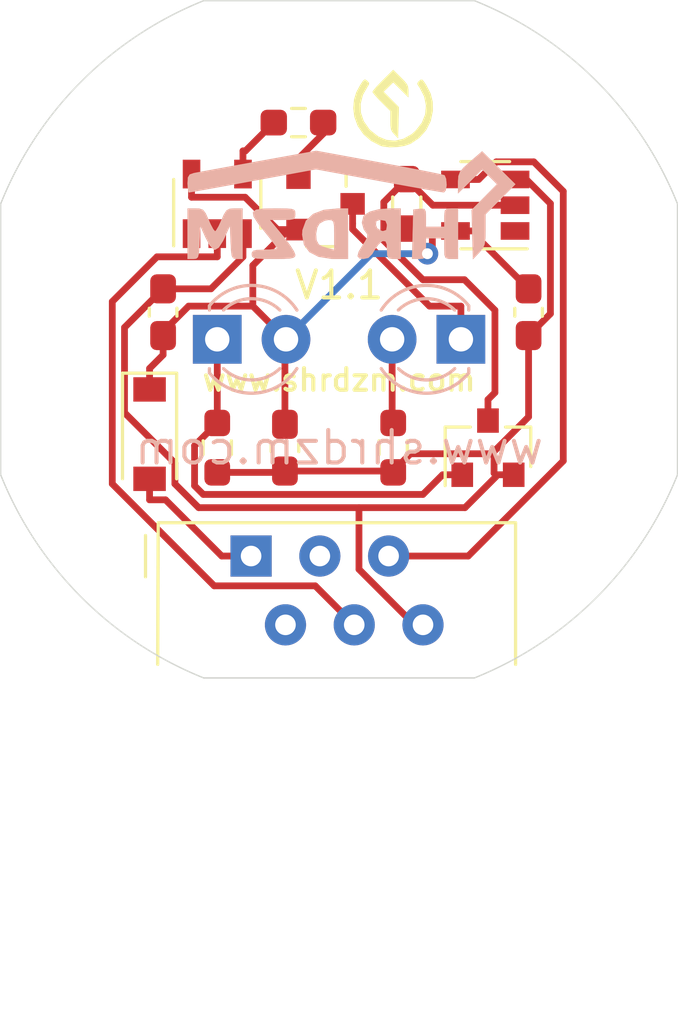
<source format=kicad_pcb>
(kicad_pcb (version 20171130) (host pcbnew "(5.1.9)-1")

  (general
    (thickness 1.6)
    (drawings 20)
    (tracks 109)
    (zones 0)
    (modules 17)
    (nets 16)
  )

  (page A4)
  (layers
    (0 F.Cu signal)
    (31 B.Cu signal)
    (32 B.Adhes user)
    (33 F.Adhes user)
    (34 B.Paste user)
    (35 F.Paste user)
    (36 B.SilkS user)
    (37 F.SilkS user)
    (38 B.Mask user)
    (39 F.Mask user)
    (40 Dwgs.User user hide)
    (41 Cmts.User user)
    (42 Eco1.User user)
    (43 Eco2.User user)
    (44 Edge.Cuts user)
    (45 Margin user)
    (46 B.CrtYd user)
    (47 F.CrtYd user)
    (48 B.Fab user)
    (49 F.Fab user)
  )

  (setup
    (last_trace_width 0.25)
    (trace_clearance 0.2)
    (zone_clearance 0.508)
    (zone_45_only no)
    (trace_min 0.2)
    (via_size 0.8)
    (via_drill 0.4)
    (via_min_size 0.4)
    (via_min_drill 0.3)
    (uvia_size 0.3)
    (uvia_drill 0.1)
    (uvias_allowed no)
    (uvia_min_size 0.2)
    (uvia_min_drill 0.1)
    (edge_width 0.05)
    (segment_width 0.2)
    (pcb_text_width 0.3)
    (pcb_text_size 1.5 1.5)
    (mod_edge_width 0.12)
    (mod_text_size 1 1)
    (mod_text_width 0.15)
    (pad_size 1.524 1.524)
    (pad_drill 0.762)
    (pad_to_mask_clearance 0)
    (aux_axis_origin 0 0)
    (visible_elements 7FFFFFFF)
    (pcbplotparams
      (layerselection 0x010fc_ffffffff)
      (usegerberextensions false)
      (usegerberattributes true)
      (usegerberadvancedattributes true)
      (creategerberjobfile true)
      (excludeedgelayer true)
      (linewidth 0.100000)
      (plotframeref false)
      (viasonmask false)
      (mode 1)
      (useauxorigin false)
      (hpglpennumber 1)
      (hpglpenspeed 20)
      (hpglpendiameter 15.000000)
      (psnegative false)
      (psa4output false)
      (plotreference true)
      (plotvalue true)
      (plotinvisibletext false)
      (padsonsilk false)
      (subtractmaskfromsilk false)
      (outputformat 1)
      (mirror false)
      (drillshape 1)
      (scaleselection 1)
      (outputdirectory ""))
  )

  (net 0 "")
  (net 1 GND)
  (net 2 PWR)
  (net 3 "Net-(D1-Pad2)")
  (net 4 "Net-(D1-Pad1)")
  (net 5 "Net-(D2-Pad2)")
  (net 6 "Net-(IC1-Pad4)")
  (net 7 "Net-(IC1-Pad2)")
  (net 8 "Net-(IC1-Pad1)")
  (net 9 "Net-(IC2-Pad1)")
  (net 10 "Net-(IC2-Pad2)")
  (net 11 "Net-(IC2-Pad4)")
  (net 12 "Net-(J1-Pad3)")
  (net 13 "Net-(J1-Pad2)")
  (net 14 "Net-(R1-Pad1)")
  (net 15 "Net-(R3-Pad2)")

  (net_class Default "This is the default net class."
    (clearance 0.2)
    (trace_width 0.25)
    (via_dia 0.8)
    (via_drill 0.4)
    (uvia_dia 0.3)
    (uvia_drill 0.1)
    (add_net GND)
    (add_net "Net-(D1-Pad1)")
    (add_net "Net-(D1-Pad2)")
    (add_net "Net-(D2-Pad2)")
    (add_net "Net-(IC1-Pad1)")
    (add_net "Net-(IC1-Pad2)")
    (add_net "Net-(IC1-Pad4)")
    (add_net "Net-(IC2-Pad1)")
    (add_net "Net-(IC2-Pad2)")
    (add_net "Net-(IC2-Pad4)")
    (add_net "Net-(J1-Pad2)")
    (add_net "Net-(J1-Pad3)")
    (add_net "Net-(R1-Pad1)")
    (add_net "Net-(R3-Pad2)")
    (add_net PWR)
  )

  (module "SHRDZM:SHRDZM 12x4" (layer B.Cu) (tedit 0) (tstamp 6178487C)
    (at 60.5 50 180)
    (fp_text reference G*** (at 0 0) (layer B.SilkS) hide
      (effects (font (size 1.524 1.524) (thickness 0.3)) (justify mirror))
    )
    (fp_text value LOGO (at 0.75 0) (layer B.SilkS) hide
      (effects (font (size 1.524 1.524) (thickness 0.3)) (justify mirror))
    )
    (fp_poly (pts (xy 3.486147 1.570411) (xy 4.079853 1.462792) (xy 4.628866 1.362878) (xy 5.107899 1.275302)
      (xy 5.491662 1.204698) (xy 5.754867 1.155699) (xy 5.863167 1.134858) (xy 6.015575 1.082802)
      (xy 6.081718 0.973963) (xy 6.096 0.755273) (xy 6.083809 0.545616) (xy 6.053427 0.430756)
      (xy 6.042102 0.423333) (xy 5.947936 0.438102) (xy 5.709059 0.479793) (xy 5.347257 0.54448)
      (xy 4.884319 0.62824) (xy 4.342034 0.727149) (xy 3.742188 0.837282) (xy 3.671435 0.850317)
      (xy 1.354666 1.277301) (xy -0.962102 0.850317) (xy -1.569724 0.738948) (xy -2.124676 0.638407)
      (xy -2.60465 0.552644) (xy -2.987336 0.485605) (xy -3.250426 0.441239) (xy -3.37161 0.423492)
      (xy -3.375102 0.423333) (xy -3.439406 0.497767) (xy -3.470707 0.681168) (xy -3.471333 0.71467)
      (xy -3.450501 0.924369) (xy -3.399634 1.049136) (xy -3.392527 1.054711) (xy -3.29163 1.082145)
      (xy -3.046155 1.135263) (xy -2.678171 1.209701) (xy -2.209745 1.301092) (xy -1.662947 1.40507)
      (xy -1.059845 1.517269) (xy -0.98588 1.530868) (xy 1.341961 1.958318) (xy 3.486147 1.570411)) (layer B.SilkS) (width 0.01))
    (fp_poly (pts (xy 4.54499 -0.181917) (xy 4.661268 -0.246027) (xy 4.758405 -0.401205) (xy 4.84198 -0.592667)
      (xy 4.94996 -0.827281) (xy 5.040807 -0.981007) (xy 5.08 -1.016) (xy 5.144101 -0.944558)
      (xy 5.243043 -0.760731) (xy 5.318019 -0.592667) (xy 5.429089 -0.346935) (xy 5.527062 -0.220882)
      (xy 5.656487 -0.174968) (xy 5.794974 -0.169333) (xy 6.096 -0.169333) (xy 6.096 -2.032)
      (xy 5.888042 -2.032) (xy 5.780403 -2.022184) (xy 5.71608 -1.968614) (xy 5.681348 -1.835104)
      (xy 5.662482 -1.585467) (xy 5.655209 -1.418167) (xy 5.630333 -0.804333) (xy 5.429407 -1.248833)
      (xy 5.268167 -1.544634) (xy 5.124582 -1.68332) (xy 5.08 -1.693333) (xy 4.943936 -1.610918)
      (xy 4.788142 -1.368747) (xy 4.730593 -1.248833) (xy 4.529667 -0.804333) (xy 4.504791 -1.418167)
      (xy 4.488637 -1.734716) (xy 4.463054 -1.918171) (xy 4.414315 -2.00472) (xy 4.328695 -2.030546)
      (xy 4.271957 -2.032) (xy 4.064 -2.032) (xy 4.064 -0.169333) (xy 4.365025 -0.169333)
      (xy 4.54499 -0.181917)) (layer B.SilkS) (width 0.01))
    (fp_poly (pts (xy 3.304644 -0.17851) (xy 3.56904 -0.218742) (xy 3.683354 -0.309087) (xy 3.656425 -0.468597)
      (xy 3.497094 -0.71633) (xy 3.2689 -1.004714) (xy 3.057051 -1.269371) (xy 2.893897 -1.484072)
      (xy 2.80401 -1.615987) (xy 2.794 -1.639258) (xy 2.870587 -1.668878) (xy 3.068141 -1.688519)
      (xy 3.259667 -1.693333) (xy 3.528774 -1.700683) (xy 3.668965 -1.732461) (xy 3.720367 -1.80326)
      (xy 3.725333 -1.862667) (xy 3.713187 -1.941369) (xy 3.65581 -1.99104) (xy 3.521789 -2.018294)
      (xy 3.279715 -2.029741) (xy 2.921 -2.032) (xy 2.545032 -2.028775) (xy 2.307521 -2.015244)
      (xy 2.177648 -1.985626) (xy 2.124597 -1.934137) (xy 2.116667 -1.881075) (xy 2.168369 -1.750319)
      (xy 2.306258 -1.531943) (xy 2.504506 -1.26532) (xy 2.588745 -1.161408) (xy 3.060824 -0.592667)
      (xy 2.588745 -0.592667) (xy 2.319763 -0.587345) (xy 2.178882 -0.559073) (xy 2.124931 -0.489391)
      (xy 2.116667 -0.381) (xy 2.122702 -0.28094) (xy 2.162495 -0.218748) (xy 2.268574 -0.185422)
      (xy 2.473468 -0.171955) (xy 2.809705 -0.169345) (xy 2.881324 -0.169333) (xy 3.304644 -0.17851)) (layer B.SilkS) (width 0.01))
    (fp_poly (pts (xy 0.529167 -0.169805) (xy 1.060406 -0.221315) (xy 1.459514 -0.373016) (xy 1.72388 -0.623012)
      (xy 1.850897 -0.969408) (xy 1.862667 -1.138453) (xy 1.796486 -1.50946) (xy 1.596677 -1.780497)
      (xy 1.261339 -1.952941) (xy 0.78857 -2.028169) (xy 0.629488 -2.032) (xy 0.169333 -2.032)
      (xy 0.169333 -1.144613) (xy 0.677333 -1.144613) (xy 0.677333 -1.696559) (xy 0.910167 -1.640938)
      (xy 1.121386 -1.570607) (xy 1.248833 -1.501958) (xy 1.331867 -1.345374) (xy 1.349892 -1.109954)
      (xy 1.305584 -0.872081) (xy 1.221619 -0.725714) (xy 1.032685 -0.619315) (xy 0.882952 -0.592667)
      (xy 0.7725 -0.603053) (xy 0.710906 -0.659649) (xy 0.683957 -0.800611) (xy 0.677437 -1.064093)
      (xy 0.677333 -1.144613) (xy 0.169333 -1.144613) (xy 0.169333 -0.169333) (xy 0.529167 -0.169805)) (layer B.SilkS) (width 0.01))
    (fp_poly (pts (xy -0.96904 -0.200286) (xy -0.647051 -0.284681) (xy -0.437448 -0.409818) (xy -0.405186 -0.449797)
      (xy -0.34261 -0.690252) (xy -0.413327 -0.942162) (xy -0.473038 -1.024145) (xy -0.546761 -1.128457)
      (xy -0.542382 -1.236282) (xy -0.449975 -1.402824) (xy -0.388371 -1.494965) (xy -0.225591 -1.764688)
      (xy -0.182043 -1.9318) (xy -0.258192 -2.01439) (xy -0.402167 -2.031771) (xy -0.581024 -1.99333)
      (xy -0.723127 -1.852073) (xy -0.804333 -1.71527) (xy -0.94335 -1.510789) (xy -1.084499 -1.384943)
      (xy -1.121833 -1.370624) (xy -1.217912 -1.382265) (xy -1.261258 -1.491832) (xy -1.27 -1.687125)
      (xy -1.279567 -1.906847) (xy -1.3319 -2.005526) (xy -1.462448 -2.031292) (xy -1.524 -2.032)
      (xy -1.778 -2.032) (xy -1.778 -0.810222) (xy -1.27 -0.810222) (xy -1.24236 -0.968798)
      (xy -1.130783 -1.006054) (xy -1.0795 -1.000722) (xy -0.908334 -0.904307) (xy -0.861945 -0.783167)
      (xy -0.873301 -0.640873) (xy -0.994121 -0.594375) (xy -1.052445 -0.592667) (xy -1.216163 -0.625115)
      (xy -1.268394 -0.756412) (xy -1.27 -0.810222) (xy -1.778 -0.810222) (xy -1.778 -0.169333)
      (xy -1.360179 -0.169333) (xy -0.96904 -0.200286)) (layer B.SilkS) (width 0.01))
    (fp_poly (pts (xy -3.4778 -0.182707) (xy -3.405399 -0.255179) (xy -3.387068 -0.435278) (xy -3.386667 -0.508)
      (xy -3.386667 -0.846667) (xy -2.709333 -0.846667) (xy -2.709333 -0.502376) (xy -2.700484 -0.284237)
      (xy -2.652374 -0.191189) (xy -2.532663 -0.179128) (xy -2.4765 -0.184876) (xy -2.243667 -0.211667)
      (xy -2.219636 -1.121833) (xy -2.195605 -2.032) (xy -2.452469 -2.032) (xy -2.610402 -2.021196)
      (xy -2.685203 -1.958135) (xy -2.707864 -1.796845) (xy -2.709333 -1.651) (xy -2.709333 -1.27)
      (xy -3.386667 -1.27) (xy -3.386667 -1.651) (xy -3.39403 -1.885283) (xy -3.436543 -1.996247)
      (xy -3.544843 -2.029846) (xy -3.640667 -2.032) (xy -3.894667 -2.032) (xy -3.894667 -0.169333)
      (xy -3.640667 -0.169333) (xy -3.4778 -0.182707)) (layer B.SilkS) (width 0.01))
    (fp_poly (pts (xy -4.339167 1.554769) (xy -4.102935 1.341889) (xy -3.969597 1.184039) (xy -3.909977 1.030267)
      (xy -3.894903 0.82962) (xy -3.894667 0.778436) (xy -3.894667 0.386785) (xy -4.341309 0.827879)
      (xy -4.787951 1.268972) (xy -5.060564 0.996359) (xy -5.333178 0.723746) (xy -4.864899 0.250529)
      (xy -4.39662 -0.222687) (xy -4.445 -2.043753) (xy -4.677833 -1.80041) (xy -4.803636 -1.650301)
      (xy -4.873933 -1.494676) (xy -4.904383 -1.277766) (xy -4.910667 -0.971158) (xy -4.910667 -0.385249)
      (xy -5.460997 0.169331) (xy -6.011328 0.723911) (xy -5.397497 1.331681) (xy -4.783667 1.939451)
      (xy -4.339167 1.554769)) (layer B.SilkS) (width 0.01))
  )

  (module "SHRDZM:SHRDZM Symbol 3x3" (layer F.Cu) (tedit 0) (tstamp 617843ED)
    (at 62 46.5)
    (fp_text reference G*** (at 0 0) (layer F.SilkS) hide
      (effects (font (size 1.524 1.524) (thickness 0.3)))
    )
    (fp_text value LOGO (at 0.75 0) (layer F.SilkS) hide
      (effects (font (size 1.524 1.524) (thickness 0.3)))
    )
    (fp_poly (pts (xy 0.279165 -1.168632) (xy 0.422541 -1.021868) (xy 0.506383 -0.914993) (xy 0.546412 -0.819633)
      (xy 0.558347 -0.707412) (xy 0.5588 -0.663871) (xy 0.5588 -0.435271) (xy 0.27991 -0.710696)
      (xy 0.001021 -0.986121) (xy -0.356875 -0.639235) (xy -0.075086 -0.354474) (xy 0.206704 -0.069713)
      (xy 0.1778 1.073827) (xy 0.0381 0.927833) (xy -0.037098 0.838234) (xy -0.079263 0.745446)
      (xy -0.097671 0.616256) (xy -0.1016 0.427552) (xy -0.1016 0.073264) (xy -0.4318 -0.254)
      (xy -0.577309 -0.403729) (xy -0.690086 -0.530269) (xy -0.753724 -0.614702) (xy -0.762 -0.634804)
      (xy -0.727925 -0.690727) (xy -0.63583 -0.799858) (xy -0.500912 -0.944964) (xy -0.381235 -1.066568)
      (xy -0.000469 -1.444791) (xy 0.279165 -1.168632)) (layer F.SilkS) (width 0.01))
    (fp_poly (pts (xy -0.964279 -1.040565) (xy -0.962134 -1.038625) (xy -0.895183 -0.963343) (xy -0.904292 -0.896181)
      (xy -0.940626 -0.84248) (xy -1.122477 -0.522056) (xy -1.207656 -0.192211) (xy -1.196872 0.135435)
      (xy -1.090835 0.449266) (xy -0.890254 0.737661) (xy -0.841013 0.789121) (xy -0.553279 1.015232)
      (xy -0.249064 1.14303) (xy 0.062476 1.172517) (xy 0.372184 1.103691) (xy 0.670903 0.936554)
      (xy 0.841012 0.789121) (xy 1.059653 0.506935) (xy 1.183887 0.197085) (xy 1.213004 -0.128812)
      (xy 1.146294 -0.459135) (xy 0.983048 -0.782268) (xy 0.940625 -0.84248) (xy 0.891303 -0.927962)
      (xy 0.914827 -0.992261) (xy 0.962133 -1.038625) (xy 1.021211 -1.084731) (xy 1.068578 -1.083922)
      (xy 1.125623 -1.023165) (xy 1.21374 -0.889426) (xy 1.217989 -0.882727) (xy 1.378882 -0.572228)
      (xy 1.456368 -0.264303) (xy 1.460214 0.077694) (xy 1.381906 0.44672) (xy 1.214004 0.778877)
      (xy 0.965857 1.060382) (xy 0.646814 1.277448) (xy 0.64635 1.277686) (xy 0.421101 1.356666)
      (xy 0.14492 1.401299) (xy -0.140151 1.408785) (xy -0.392068 1.37633) (xy -0.472543 1.352133)
      (xy -0.817641 1.17416) (xy -1.099517 0.927474) (xy -1.308555 0.625345) (xy -1.435141 0.281041)
      (xy -1.470687 -0.0254) (xy -1.446539 -0.339501) (xy -1.360043 -0.620782) (xy -1.217374 -0.8837)
      (xy -1.127862 -1.020115) (xy -1.070154 -1.083045) (xy -1.022781 -1.085518) (xy -0.964279 -1.040565)) (layer F.SilkS) (width 0.01))
  )

  (module Capacitor_SMD:C_0603_1608Metric_Pad1.08x0.95mm_HandSolder (layer F.Cu) (tedit 5F68FEEF) (tstamp 617829CC)
    (at 53.5 54 90)
    (descr "Capacitor SMD 0603 (1608 Metric), square (rectangular) end terminal, IPC_7351 nominal with elongated pad for handsoldering. (Body size source: IPC-SM-782 page 76, https://www.pcb-3d.com/wordpress/wp-content/uploads/ipc-sm-782a_amendment_1_and_2.pdf), generated with kicad-footprint-generator")
    (tags "capacitor handsolder")
    (path /6177D771)
    (attr smd)
    (fp_text reference C1 (at 0 -1.43 90) (layer F.SilkS) hide
      (effects (font (size 1 1) (thickness 0.15)))
    )
    (fp_text value 1uF (at 0 1.43 90) (layer F.Fab) hide
      (effects (font (size 1 1) (thickness 0.15)))
    )
    (fp_line (start 1.65 0.73) (end -1.65 0.73) (layer F.CrtYd) (width 0.05))
    (fp_line (start 1.65 -0.73) (end 1.65 0.73) (layer F.CrtYd) (width 0.05))
    (fp_line (start -1.65 -0.73) (end 1.65 -0.73) (layer F.CrtYd) (width 0.05))
    (fp_line (start -1.65 0.73) (end -1.65 -0.73) (layer F.CrtYd) (width 0.05))
    (fp_line (start -0.146267 0.51) (end 0.146267 0.51) (layer F.SilkS) (width 0.12))
    (fp_line (start -0.146267 -0.51) (end 0.146267 -0.51) (layer F.SilkS) (width 0.12))
    (fp_line (start 0.8 0.4) (end -0.8 0.4) (layer F.Fab) (width 0.1))
    (fp_line (start 0.8 -0.4) (end 0.8 0.4) (layer F.Fab) (width 0.1))
    (fp_line (start -0.8 -0.4) (end 0.8 -0.4) (layer F.Fab) (width 0.1))
    (fp_line (start -0.8 0.4) (end -0.8 -0.4) (layer F.Fab) (width 0.1))
    (fp_text user %R (at 0 0 90) (layer F.Fab)
      (effects (font (size 0.4 0.4) (thickness 0.06)))
    )
    (pad 2 smd roundrect (at 0.8625 0 90) (size 1.075 0.95) (layers F.Cu F.Paste F.Mask) (roundrect_rratio 0.25)
      (net 1 GND))
    (pad 1 smd roundrect (at -0.8625 0 90) (size 1.075 0.95) (layers F.Cu F.Paste F.Mask) (roundrect_rratio 0.25)
      (net 2 PWR))
    (model ${KISYS3DMOD}/Capacitor_SMD.3dshapes/C_0603_1608Metric.wrl
      (at (xyz 0 0 0))
      (scale (xyz 1 1 1))
      (rotate (xyz 0 0 0))
    )
  )

  (module Capacitor_SMD:C_0603_1608Metric_Pad1.08x0.95mm_HandSolder (layer F.Cu) (tedit 5F68FEEF) (tstamp 617829DD)
    (at 58 59 270)
    (descr "Capacitor SMD 0603 (1608 Metric), square (rectangular) end terminal, IPC_7351 nominal with elongated pad for handsoldering. (Body size source: IPC-SM-782 page 76, https://www.pcb-3d.com/wordpress/wp-content/uploads/ipc-sm-782a_amendment_1_and_2.pdf), generated with kicad-footprint-generator")
    (tags "capacitor handsolder")
    (path /6178BC1C)
    (attr smd)
    (fp_text reference C2 (at 0 -1.43 90) (layer F.SilkS) hide
      (effects (font (size 1 1) (thickness 0.15)))
    )
    (fp_text value 1uF (at 0 1.43 90) (layer F.Fab) hide
      (effects (font (size 1 1) (thickness 0.15)))
    )
    (fp_line (start -0.8 0.4) (end -0.8 -0.4) (layer F.Fab) (width 0.1))
    (fp_line (start -0.8 -0.4) (end 0.8 -0.4) (layer F.Fab) (width 0.1))
    (fp_line (start 0.8 -0.4) (end 0.8 0.4) (layer F.Fab) (width 0.1))
    (fp_line (start 0.8 0.4) (end -0.8 0.4) (layer F.Fab) (width 0.1))
    (fp_line (start -0.146267 -0.51) (end 0.146267 -0.51) (layer F.SilkS) (width 0.12))
    (fp_line (start -0.146267 0.51) (end 0.146267 0.51) (layer F.SilkS) (width 0.12))
    (fp_line (start -1.65 0.73) (end -1.65 -0.73) (layer F.CrtYd) (width 0.05))
    (fp_line (start -1.65 -0.73) (end 1.65 -0.73) (layer F.CrtYd) (width 0.05))
    (fp_line (start 1.65 -0.73) (end 1.65 0.73) (layer F.CrtYd) (width 0.05))
    (fp_line (start 1.65 0.73) (end -1.65 0.73) (layer F.CrtYd) (width 0.05))
    (fp_text user %R (at 0 0 90) (layer F.Fab)
      (effects (font (size 0.4 0.4) (thickness 0.06)))
    )
    (pad 1 smd roundrect (at -0.8625 0 270) (size 1.075 0.95) (layers F.Cu F.Paste F.Mask) (roundrect_rratio 0.25)
      (net 2 PWR))
    (pad 2 smd roundrect (at 0.8625 0 270) (size 1.075 0.95) (layers F.Cu F.Paste F.Mask) (roundrect_rratio 0.25)
      (net 1 GND))
    (model ${KISYS3DMOD}/Capacitor_SMD.3dshapes/C_0603_1608Metric.wrl
      (at (xyz 0 0 0))
      (scale (xyz 1 1 1))
      (rotate (xyz 0 0 0))
    )
  )

  (module Capacitor_SMD:C_0603_1608Metric_Pad1.08x0.95mm_HandSolder (layer F.Cu) (tedit 5F68FEEF) (tstamp 617829EE)
    (at 67 54 270)
    (descr "Capacitor SMD 0603 (1608 Metric), square (rectangular) end terminal, IPC_7351 nominal with elongated pad for handsoldering. (Body size source: IPC-SM-782 page 76, https://www.pcb-3d.com/wordpress/wp-content/uploads/ipc-sm-782a_amendment_1_and_2.pdf), generated with kicad-footprint-generator")
    (tags "capacitor handsolder")
    (path /6177D25E)
    (attr smd)
    (fp_text reference C3 (at 0 -1.43 90) (layer F.SilkS) hide
      (effects (font (size 1 1) (thickness 0.15)))
    )
    (fp_text value 1uF (at 0 1.43 90) (layer F.Fab) hide
      (effects (font (size 1 1) (thickness 0.15)))
    )
    (fp_line (start -0.8 0.4) (end -0.8 -0.4) (layer F.Fab) (width 0.1))
    (fp_line (start -0.8 -0.4) (end 0.8 -0.4) (layer F.Fab) (width 0.1))
    (fp_line (start 0.8 -0.4) (end 0.8 0.4) (layer F.Fab) (width 0.1))
    (fp_line (start 0.8 0.4) (end -0.8 0.4) (layer F.Fab) (width 0.1))
    (fp_line (start -0.146267 -0.51) (end 0.146267 -0.51) (layer F.SilkS) (width 0.12))
    (fp_line (start -0.146267 0.51) (end 0.146267 0.51) (layer F.SilkS) (width 0.12))
    (fp_line (start -1.65 0.73) (end -1.65 -0.73) (layer F.CrtYd) (width 0.05))
    (fp_line (start -1.65 -0.73) (end 1.65 -0.73) (layer F.CrtYd) (width 0.05))
    (fp_line (start 1.65 -0.73) (end 1.65 0.73) (layer F.CrtYd) (width 0.05))
    (fp_line (start 1.65 0.73) (end -1.65 0.73) (layer F.CrtYd) (width 0.05))
    (fp_text user %R (at 0 0 90) (layer F.Fab)
      (effects (font (size 0.4 0.4) (thickness 0.06)))
    )
    (pad 1 smd roundrect (at -0.8625 0 270) (size 1.075 0.95) (layers F.Cu F.Paste F.Mask) (roundrect_rratio 0.25)
      (net 2 PWR))
    (pad 2 smd roundrect (at 0.8625 0 270) (size 1.075 0.95) (layers F.Cu F.Paste F.Mask) (roundrect_rratio 0.25)
      (net 1 GND))
    (model ${KISYS3DMOD}/Capacitor_SMD.3dshapes/C_0603_1608Metric.wrl
      (at (xyz 0 0 0))
      (scale (xyz 1 1 1))
      (rotate (xyz 0 0 0))
    )
  )

  (module LED_THT:LED_D3.0mm (layer B.Cu) (tedit 587A3A7B) (tstamp 61782A01)
    (at 64.5 55 180)
    (descr "LED, diameter 3.0mm, 2 pins")
    (tags "LED diameter 3.0mm 2 pins")
    (path /61794D73)
    (fp_text reference D1 (at 1.27 2.96) (layer B.SilkS) hide
      (effects (font (size 1 1) (thickness 0.15)) (justify mirror))
    )
    (fp_text value SFH487-2 (at 1.27 -2.96) (layer B.Fab) hide
      (effects (font (size 1 1) (thickness 0.15)) (justify mirror))
    )
    (fp_line (start 3.7 2.25) (end -1.15 2.25) (layer B.CrtYd) (width 0.05))
    (fp_line (start 3.7 -2.25) (end 3.7 2.25) (layer B.CrtYd) (width 0.05))
    (fp_line (start -1.15 -2.25) (end 3.7 -2.25) (layer B.CrtYd) (width 0.05))
    (fp_line (start -1.15 2.25) (end -1.15 -2.25) (layer B.CrtYd) (width 0.05))
    (fp_line (start -0.29 -1.08) (end -0.29 -1.236) (layer B.SilkS) (width 0.12))
    (fp_line (start -0.29 1.236) (end -0.29 1.08) (layer B.SilkS) (width 0.12))
    (fp_line (start -0.23 1.16619) (end -0.23 -1.16619) (layer B.Fab) (width 0.1))
    (fp_circle (center 1.27 0) (end 2.77 0) (layer B.Fab) (width 0.1))
    (fp_arc (start 1.27 0) (end 0.229039 -1.08) (angle 87.9) (layer B.SilkS) (width 0.12))
    (fp_arc (start 1.27 0) (end 0.229039 1.08) (angle -87.9) (layer B.SilkS) (width 0.12))
    (fp_arc (start 1.27 0) (end -0.29 -1.235516) (angle 108.8) (layer B.SilkS) (width 0.12))
    (fp_arc (start 1.27 0) (end -0.29 1.235516) (angle -108.8) (layer B.SilkS) (width 0.12))
    (fp_arc (start 1.27 0) (end -0.23 1.16619) (angle -284.3) (layer B.Fab) (width 0.1))
    (pad 2 thru_hole circle (at 2.54 0 180) (size 1.8 1.8) (drill 0.9) (layers *.Cu *.Mask)
      (net 3 "Net-(D1-Pad2)"))
    (pad 1 thru_hole rect (at 0 0 180) (size 1.8 1.8) (drill 0.9) (layers *.Cu *.Mask)
      (net 4 "Net-(D1-Pad1)"))
    (model ${KISYS3DMOD}/LED_THT.3dshapes/LED_D3.0mm.wrl
      (at (xyz 0 0 0))
      (scale (xyz 1 1 1))
      (rotate (xyz 0 0 0))
    )
  )

  (module Diode_SMD:D_SOD-123 (layer F.Cu) (tedit 58645DC7) (tstamp 61782A1A)
    (at 53 58.5 270)
    (descr SOD-123)
    (tags SOD-123)
    (path /6177BBC3)
    (attr smd)
    (fp_text reference D2 (at 0 -2 90) (layer F.SilkS) hide
      (effects (font (size 1 1) (thickness 0.15)))
    )
    (fp_text value BAT46W (at 0 2.1 90) (layer F.Fab) hide
      (effects (font (size 1 1) (thickness 0.15)))
    )
    (fp_line (start -2.25 -1) (end -2.25 1) (layer F.SilkS) (width 0.12))
    (fp_line (start 0.25 0) (end 0.75 0) (layer F.Fab) (width 0.1))
    (fp_line (start 0.25 0.4) (end -0.35 0) (layer F.Fab) (width 0.1))
    (fp_line (start 0.25 -0.4) (end 0.25 0.4) (layer F.Fab) (width 0.1))
    (fp_line (start -0.35 0) (end 0.25 -0.4) (layer F.Fab) (width 0.1))
    (fp_line (start -0.35 0) (end -0.35 0.55) (layer F.Fab) (width 0.1))
    (fp_line (start -0.35 0) (end -0.35 -0.55) (layer F.Fab) (width 0.1))
    (fp_line (start -0.75 0) (end -0.35 0) (layer F.Fab) (width 0.1))
    (fp_line (start -1.4 0.9) (end -1.4 -0.9) (layer F.Fab) (width 0.1))
    (fp_line (start 1.4 0.9) (end -1.4 0.9) (layer F.Fab) (width 0.1))
    (fp_line (start 1.4 -0.9) (end 1.4 0.9) (layer F.Fab) (width 0.1))
    (fp_line (start -1.4 -0.9) (end 1.4 -0.9) (layer F.Fab) (width 0.1))
    (fp_line (start -2.35 -1.15) (end 2.35 -1.15) (layer F.CrtYd) (width 0.05))
    (fp_line (start 2.35 -1.15) (end 2.35 1.15) (layer F.CrtYd) (width 0.05))
    (fp_line (start 2.35 1.15) (end -2.35 1.15) (layer F.CrtYd) (width 0.05))
    (fp_line (start -2.35 -1.15) (end -2.35 1.15) (layer F.CrtYd) (width 0.05))
    (fp_line (start -2.25 1) (end 1.65 1) (layer F.SilkS) (width 0.12))
    (fp_line (start -2.25 -1) (end 1.65 -1) (layer F.SilkS) (width 0.12))
    (fp_text user %R (at 0 -2 90) (layer F.Fab) hide
      (effects (font (size 1 1) (thickness 0.15)))
    )
    (pad 1 smd rect (at -1.65 0 270) (size 0.9 1.2) (layers F.Cu F.Paste F.Mask)
      (net 2 PWR))
    (pad 2 smd rect (at 1.65 0 270) (size 0.9 1.2) (layers F.Cu F.Paste F.Mask)
      (net 5 "Net-(D2-Pad2)"))
    (model ${KISYS3DMOD}/Diode_SMD.3dshapes/D_SOD-123.wrl
      (at (xyz 0 0 0))
      (scale (xyz 1 1 1))
      (rotate (xyz 0 0 0))
    )
  )

  (module Package_TO_SOT_SMD:SOT-23-5 (layer F.Cu) (tedit 5A02FF57) (tstamp 61782A2F)
    (at 55.5 50 90)
    (descr "5-pin SOT23 package")
    (tags SOT-23-5)
    (path /61787CD4)
    (attr smd)
    (fp_text reference IC1 (at 0 -2.9 90) (layer F.SilkS) hide
      (effects (font (size 1 1) (thickness 0.15)))
    )
    (fp_text value 74LVC1G17DBVR (at 0 2.9 90) (layer F.Fab) hide
      (effects (font (size 1 1) (thickness 0.15)))
    )
    (fp_line (start 0.9 -1.55) (end 0.9 1.55) (layer F.Fab) (width 0.1))
    (fp_line (start 0.9 1.55) (end -0.9 1.55) (layer F.Fab) (width 0.1))
    (fp_line (start -0.9 -0.9) (end -0.9 1.55) (layer F.Fab) (width 0.1))
    (fp_line (start 0.9 -1.55) (end -0.25 -1.55) (layer F.Fab) (width 0.1))
    (fp_line (start -0.9 -0.9) (end -0.25 -1.55) (layer F.Fab) (width 0.1))
    (fp_line (start -1.9 1.8) (end -1.9 -1.8) (layer F.CrtYd) (width 0.05))
    (fp_line (start 1.9 1.8) (end -1.9 1.8) (layer F.CrtYd) (width 0.05))
    (fp_line (start 1.9 -1.8) (end 1.9 1.8) (layer F.CrtYd) (width 0.05))
    (fp_line (start -1.9 -1.8) (end 1.9 -1.8) (layer F.CrtYd) (width 0.05))
    (fp_line (start 0.9 -1.61) (end -1.55 -1.61) (layer F.SilkS) (width 0.12))
    (fp_line (start -0.9 1.61) (end 0.9 1.61) (layer F.SilkS) (width 0.12))
    (fp_text user %R (at 0 0) (layer F.Fab)
      (effects (font (size 0.5 0.5) (thickness 0.075)))
    )
    (pad 5 smd rect (at 1.1 -0.95 90) (size 1.06 0.65) (layers F.Cu F.Paste F.Mask)
      (net 2 PWR))
    (pad 4 smd rect (at 1.1 0.95 90) (size 1.06 0.65) (layers F.Cu F.Paste F.Mask)
      (net 6 "Net-(IC1-Pad4)"))
    (pad 3 smd rect (at -1.1 0.95 90) (size 1.06 0.65) (layers F.Cu F.Paste F.Mask)
      (net 1 GND))
    (pad 2 smd rect (at -1.1 0 90) (size 1.06 0.65) (layers F.Cu F.Paste F.Mask)
      (net 7 "Net-(IC1-Pad2)"))
    (pad 1 smd rect (at -1.1 -0.95 90) (size 1.06 0.65) (layers F.Cu F.Paste F.Mask)
      (net 8 "Net-(IC1-Pad1)"))
    (model ${KISYS3DMOD}/Package_TO_SOT_SMD.3dshapes/SOT-23-5.wrl
      (at (xyz 0 0 0))
      (scale (xyz 1 1 1))
      (rotate (xyz 0 0 0))
    )
  )

  (module Package_TO_SOT_SMD:SOT-23-5 (layer F.Cu) (tedit 5A02FF57) (tstamp 61782A44)
    (at 65.4 50.05 180)
    (descr "5-pin SOT23 package")
    (tags SOT-23-5)
    (path /6177C6B9)
    (attr smd)
    (fp_text reference IC2 (at 0 -2.9) (layer F.SilkS) hide
      (effects (font (size 1 1) (thickness 0.15)))
    )
    (fp_text value 74LVC1G17DBVR (at 0 2.9) (layer F.Fab) hide
      (effects (font (size 1 1) (thickness 0.15)))
    )
    (fp_line (start -0.9 1.61) (end 0.9 1.61) (layer F.SilkS) (width 0.12))
    (fp_line (start 0.9 -1.61) (end -1.55 -1.61) (layer F.SilkS) (width 0.12))
    (fp_line (start -1.9 -1.8) (end 1.9 -1.8) (layer F.CrtYd) (width 0.05))
    (fp_line (start 1.9 -1.8) (end 1.9 1.8) (layer F.CrtYd) (width 0.05))
    (fp_line (start 1.9 1.8) (end -1.9 1.8) (layer F.CrtYd) (width 0.05))
    (fp_line (start -1.9 1.8) (end -1.9 -1.8) (layer F.CrtYd) (width 0.05))
    (fp_line (start -0.9 -0.9) (end -0.25 -1.55) (layer F.Fab) (width 0.1))
    (fp_line (start 0.9 -1.55) (end -0.25 -1.55) (layer F.Fab) (width 0.1))
    (fp_line (start -0.9 -0.9) (end -0.9 1.55) (layer F.Fab) (width 0.1))
    (fp_line (start 0.9 1.55) (end -0.9 1.55) (layer F.Fab) (width 0.1))
    (fp_line (start 0.9 -1.55) (end 0.9 1.55) (layer F.Fab) (width 0.1))
    (fp_text user %R (at 0 0 90) (layer F.Fab)
      (effects (font (size 0.5 0.5) (thickness 0.075)))
    )
    (pad 1 smd rect (at -1.1 -0.95 180) (size 1.06 0.65) (layers F.Cu F.Paste F.Mask)
      (net 9 "Net-(IC2-Pad1)"))
    (pad 2 smd rect (at -1.1 0 180) (size 1.06 0.65) (layers F.Cu F.Paste F.Mask)
      (net 10 "Net-(IC2-Pad2)"))
    (pad 3 smd rect (at -1.1 0.95 180) (size 1.06 0.65) (layers F.Cu F.Paste F.Mask)
      (net 1 GND))
    (pad 4 smd rect (at 1.1 0.95 180) (size 1.06 0.65) (layers F.Cu F.Paste F.Mask)
      (net 11 "Net-(IC2-Pad4)"))
    (pad 5 smd rect (at 1.1 -0.95 180) (size 1.06 0.65) (layers F.Cu F.Paste F.Mask)
      (net 2 PWR))
    (model ${KISYS3DMOD}/Package_TO_SOT_SMD.3dshapes/SOT-23-5.wrl
      (at (xyz 0 0 0))
      (scale (xyz 1 1 1))
      (rotate (xyz 0 0 0))
    )
  )

  (module ErichCollection:RJ12_Amphenol_54601_Reduced (layer F.Cu) (tedit 606D3677) (tstamp 61782A5E)
    (at 56.75 63)
    (descr "RJ12 connector  https://cdn.amphenol-icc.com/media/wysiwyg/files/drawing/c-bmj-0082.pdf")
    (tags "RJ12 connector")
    (path /61783447)
    (fp_text reference J1 (at -1.67 -2.16 -180) (layer F.SilkS) hide
      (effects (font (size 1 1) (thickness 0.15)))
    )
    (fp_text value RJ12 (at 3.54 18.3 -180) (layer F.Fab) hide
      (effects (font (size 1 1) (thickness 0.15)))
    )
    (fp_line (start -3.43 16.77) (end -3.43 0.52) (layer F.Fab) (width 0.1))
    (fp_line (start -3.43 -1.23) (end 9.77 -1.23) (layer F.Fab) (width 0.1))
    (fp_line (start 9.77 -1.23) (end 9.77 16.77) (layer F.Fab) (width 0.1))
    (fp_line (start 9.77 16.77) (end -3.43 16.77) (layer F.Fab) (width 0.1))
    (fp_line (start -4.04 -1.73) (end 10.38 -1.73) (layer F.CrtYd) (width 0.05))
    (fp_line (start 10.38 -1.73) (end 10.38 17.27) (layer F.CrtYd) (width 0.05))
    (fp_line (start 10.38 17.27) (end -4.04 17.27) (layer F.CrtYd) (width 0.05))
    (fp_line (start -4.04 17.27) (end -4.04 -1.73) (layer F.CrtYd) (width 0.05))
    (fp_line (start -3.43 -1.23) (end 9.77 -1.23) (layer F.SilkS) (width 0.12))
    (fp_line (start 9.77 -1.23) (end 9.77 4) (layer F.SilkS) (width 0.12))
    (fp_line (start -3.45 4) (end -3.43 -1.23) (layer F.SilkS) (width 0.12))
    (fp_line (start -3.9 0.77) (end -3.9 -0.76) (layer F.SilkS) (width 0.12))
    (fp_line (start -3.43 0.52) (end -2.93 0.02) (layer F.Fab) (width 0.1))
    (fp_line (start -2.93 0.02) (end -3.43 -0.48) (layer F.Fab) (width 0.1))
    (fp_line (start -3.43 -0.48) (end -3.43 -1.23) (layer F.Fab) (width 0.1))
    (fp_text user %R (at 3.16 7.76 180) (layer F.Fab) hide
      (effects (font (size 1 1) (thickness 0.15)))
    )
    (pad 6 thru_hole circle (at 6.35 2.54) (size 1.52 1.52) (drill 0.76) (layers *.Cu *.Mask)
      (net 1 GND))
    (pad 5 thru_hole circle (at 5.08 0) (size 1.52 1.52) (drill 0.76) (layers *.Cu *.Mask)
      (net 11 "Net-(IC2-Pad4)"))
    (pad 4 thru_hole circle (at 3.81 2.54) (size 1.52 1.52) (drill 0.76) (layers *.Cu *.Mask)
      (net 7 "Net-(IC1-Pad2)"))
    (pad 3 thru_hole circle (at 2.54 0) (size 1.52 1.52) (drill 0.76) (layers *.Cu *.Mask)
      (net 12 "Net-(J1-Pad3)"))
    (pad 2 thru_hole circle (at 1.27 2.54) (size 1.52 1.52) (drill 0.76) (layers *.Cu *.Mask)
      (net 13 "Net-(J1-Pad2)"))
    (pad 1 thru_hole rect (at 0 0) (size 1.52 1.52) (drill 0.76) (layers *.Cu *.Mask)
      (net 5 "Net-(D2-Pad2)"))
    (model ${KISYS3DMOD}/Connector_RJ.3dshapes/RJ12_Amphenol_54601.wrl
      (at (xyz 0 0 0))
      (scale (xyz 1 1 1))
      (rotate (xyz 0 0 0))
    )
  )

  (module Resistor_SMD:R_0603_1608Metric_Pad0.98x0.95mm_HandSolder (layer F.Cu) (tedit 5F68FEEE) (tstamp 61782A6F)
    (at 55.5 59 270)
    (descr "Resistor SMD 0603 (1608 Metric), square (rectangular) end terminal, IPC_7351 nominal with elongated pad for handsoldering. (Body size source: IPC-SM-782 page 72, https://www.pcb-3d.com/wordpress/wp-content/uploads/ipc-sm-782a_amendment_1_and_2.pdf), generated with kicad-footprint-generator")
    (tags "resistor handsolder")
    (path /61780400)
    (attr smd)
    (fp_text reference R1 (at 0 -1.43 90) (layer F.SilkS) hide
      (effects (font (size 1 1) (thickness 0.15)))
    )
    (fp_text value 13K (at 0 1.43 90) (layer F.Fab) hide
      (effects (font (size 1 1) (thickness 0.15)))
    )
    (fp_line (start 1.65 0.73) (end -1.65 0.73) (layer F.CrtYd) (width 0.05))
    (fp_line (start 1.65 -0.73) (end 1.65 0.73) (layer F.CrtYd) (width 0.05))
    (fp_line (start -1.65 -0.73) (end 1.65 -0.73) (layer F.CrtYd) (width 0.05))
    (fp_line (start -1.65 0.73) (end -1.65 -0.73) (layer F.CrtYd) (width 0.05))
    (fp_line (start -0.254724 0.5225) (end 0.254724 0.5225) (layer F.SilkS) (width 0.12))
    (fp_line (start -0.254724 -0.5225) (end 0.254724 -0.5225) (layer F.SilkS) (width 0.12))
    (fp_line (start 0.8 0.4125) (end -0.8 0.4125) (layer F.Fab) (width 0.1))
    (fp_line (start 0.8 -0.4125) (end 0.8 0.4125) (layer F.Fab) (width 0.1))
    (fp_line (start -0.8 -0.4125) (end 0.8 -0.4125) (layer F.Fab) (width 0.1))
    (fp_line (start -0.8 0.4125) (end -0.8 -0.4125) (layer F.Fab) (width 0.1))
    (fp_text user %R (at 0 0 90) (layer F.Fab)
      (effects (font (size 0.4 0.4) (thickness 0.06)))
    )
    (pad 2 smd roundrect (at 0.9125 0 270) (size 0.975 0.95) (layers F.Cu F.Paste F.Mask) (roundrect_rratio 0.25)
      (net 1 GND))
    (pad 1 smd roundrect (at -0.9125 0 270) (size 0.975 0.95) (layers F.Cu F.Paste F.Mask) (roundrect_rratio 0.25)
      (net 14 "Net-(R1-Pad1)"))
    (model ${KISYS3DMOD}/Resistor_SMD.3dshapes/R_0603_1608Metric.wrl
      (at (xyz 0 0 0))
      (scale (xyz 1 1 1))
      (rotate (xyz 0 0 0))
    )
  )

  (module Resistor_SMD:R_0603_1608Metric_Pad0.98x0.95mm_HandSolder (layer F.Cu) (tedit 5F68FEEE) (tstamp 61782A80)
    (at 62 59 90)
    (descr "Resistor SMD 0603 (1608 Metric), square (rectangular) end terminal, IPC_7351 nominal with elongated pad for handsoldering. (Body size source: IPC-SM-782 page 72, https://www.pcb-3d.com/wordpress/wp-content/uploads/ipc-sm-782a_amendment_1_and_2.pdf), generated with kicad-footprint-generator")
    (tags "resistor handsolder")
    (path /6178EF7D)
    (attr smd)
    (fp_text reference R2 (at 0 -1.43 90) (layer F.SilkS) hide
      (effects (font (size 1 1) (thickness 0.15)))
    )
    (fp_text value 13K (at 0 1.43 90) (layer F.Fab) hide
      (effects (font (size 1 1) (thickness 0.15)))
    )
    (fp_line (start 1.65 0.73) (end -1.65 0.73) (layer F.CrtYd) (width 0.05))
    (fp_line (start 1.65 -0.73) (end 1.65 0.73) (layer F.CrtYd) (width 0.05))
    (fp_line (start -1.65 -0.73) (end 1.65 -0.73) (layer F.CrtYd) (width 0.05))
    (fp_line (start -1.65 0.73) (end -1.65 -0.73) (layer F.CrtYd) (width 0.05))
    (fp_line (start -0.254724 0.5225) (end 0.254724 0.5225) (layer F.SilkS) (width 0.12))
    (fp_line (start -0.254724 -0.5225) (end 0.254724 -0.5225) (layer F.SilkS) (width 0.12))
    (fp_line (start 0.8 0.4125) (end -0.8 0.4125) (layer F.Fab) (width 0.1))
    (fp_line (start 0.8 -0.4125) (end 0.8 0.4125) (layer F.Fab) (width 0.1))
    (fp_line (start -0.8 -0.4125) (end 0.8 -0.4125) (layer F.Fab) (width 0.1))
    (fp_line (start -0.8 0.4125) (end -0.8 -0.4125) (layer F.Fab) (width 0.1))
    (fp_text user %R (at 0 0 90) (layer F.Fab)
      (effects (font (size 0.4 0.4) (thickness 0.06)))
    )
    (pad 2 smd roundrect (at 0.9125 0 90) (size 0.975 0.95) (layers F.Cu F.Paste F.Mask) (roundrect_rratio 0.25)
      (net 3 "Net-(D1-Pad2)"))
    (pad 1 smd roundrect (at -0.9125 0 90) (size 0.975 0.95) (layers F.Cu F.Paste F.Mask) (roundrect_rratio 0.25)
      (net 1 GND))
    (model ${KISYS3DMOD}/Resistor_SMD.3dshapes/R_0603_1608Metric.wrl
      (at (xyz 0 0 0))
      (scale (xyz 1 1 1))
      (rotate (xyz 0 0 0))
    )
  )

  (module Resistor_SMD:R_0603_1608Metric_Pad0.98x0.95mm_HandSolder (layer F.Cu) (tedit 5F68FEEE) (tstamp 61782A91)
    (at 58.5 47)
    (descr "Resistor SMD 0603 (1608 Metric), square (rectangular) end terminal, IPC_7351 nominal with elongated pad for handsoldering. (Body size source: IPC-SM-782 page 72, https://www.pcb-3d.com/wordpress/wp-content/uploads/ipc-sm-782a_amendment_1_and_2.pdf), generated with kicad-footprint-generator")
    (tags "resistor handsolder")
    (path /6178D2EF)
    (attr smd)
    (fp_text reference R3 (at 0 -1.43) (layer F.SilkS) hide
      (effects (font (size 1 1) (thickness 0.15)))
    )
    (fp_text value 13K (at 0 1.43) (layer F.Fab) hide
      (effects (font (size 1 1) (thickness 0.15)))
    )
    (fp_line (start -0.8 0.4125) (end -0.8 -0.4125) (layer F.Fab) (width 0.1))
    (fp_line (start -0.8 -0.4125) (end 0.8 -0.4125) (layer F.Fab) (width 0.1))
    (fp_line (start 0.8 -0.4125) (end 0.8 0.4125) (layer F.Fab) (width 0.1))
    (fp_line (start 0.8 0.4125) (end -0.8 0.4125) (layer F.Fab) (width 0.1))
    (fp_line (start -0.254724 -0.5225) (end 0.254724 -0.5225) (layer F.SilkS) (width 0.12))
    (fp_line (start -0.254724 0.5225) (end 0.254724 0.5225) (layer F.SilkS) (width 0.12))
    (fp_line (start -1.65 0.73) (end -1.65 -0.73) (layer F.CrtYd) (width 0.05))
    (fp_line (start -1.65 -0.73) (end 1.65 -0.73) (layer F.CrtYd) (width 0.05))
    (fp_line (start 1.65 -0.73) (end 1.65 0.73) (layer F.CrtYd) (width 0.05))
    (fp_line (start 1.65 0.73) (end -1.65 0.73) (layer F.CrtYd) (width 0.05))
    (fp_text user %R (at 0 0) (layer F.Fab)
      (effects (font (size 0.4 0.4) (thickness 0.06)))
    )
    (pad 1 smd roundrect (at -0.9125 0) (size 0.975 0.95) (layers F.Cu F.Paste F.Mask) (roundrect_rratio 0.25)
      (net 6 "Net-(IC1-Pad4)"))
    (pad 2 smd roundrect (at 0.9125 0) (size 0.975 0.95) (layers F.Cu F.Paste F.Mask) (roundrect_rratio 0.25)
      (net 15 "Net-(R3-Pad2)"))
    (model ${KISYS3DMOD}/Resistor_SMD.3dshapes/R_0603_1608Metric.wrl
      (at (xyz 0 0 0))
      (scale (xyz 1 1 1))
      (rotate (xyz 0 0 0))
    )
  )

  (module Resistor_SMD:R_0603_1608Metric_Pad0.98x0.95mm_HandSolder (layer F.Cu) (tedit 5F68FEEE) (tstamp 61782AA2)
    (at 62.5 50 90)
    (descr "Resistor SMD 0603 (1608 Metric), square (rectangular) end terminal, IPC_7351 nominal with elongated pad for handsoldering. (Body size source: IPC-SM-782 page 72, https://www.pcb-3d.com/wordpress/wp-content/uploads/ipc-sm-782a_amendment_1_and_2.pdf), generated with kicad-footprint-generator")
    (tags "resistor handsolder")
    (path /6177DCDB)
    (attr smd)
    (fp_text reference R4 (at 0 -1.43 90) (layer F.SilkS) hide
      (effects (font (size 1 1) (thickness 0.15)))
    )
    (fp_text value 13K (at 0 1.43 90) (layer F.Fab) hide
      (effects (font (size 1 1) (thickness 0.15)))
    )
    (fp_line (start -0.8 0.4125) (end -0.8 -0.4125) (layer F.Fab) (width 0.1))
    (fp_line (start -0.8 -0.4125) (end 0.8 -0.4125) (layer F.Fab) (width 0.1))
    (fp_line (start 0.8 -0.4125) (end 0.8 0.4125) (layer F.Fab) (width 0.1))
    (fp_line (start 0.8 0.4125) (end -0.8 0.4125) (layer F.Fab) (width 0.1))
    (fp_line (start -0.254724 -0.5225) (end 0.254724 -0.5225) (layer F.SilkS) (width 0.12))
    (fp_line (start -0.254724 0.5225) (end 0.254724 0.5225) (layer F.SilkS) (width 0.12))
    (fp_line (start -1.65 0.73) (end -1.65 -0.73) (layer F.CrtYd) (width 0.05))
    (fp_line (start -1.65 -0.73) (end 1.65 -0.73) (layer F.CrtYd) (width 0.05))
    (fp_line (start 1.65 -0.73) (end 1.65 0.73) (layer F.CrtYd) (width 0.05))
    (fp_line (start 1.65 0.73) (end -1.65 0.73) (layer F.CrtYd) (width 0.05))
    (fp_text user %R (at 0 0 90) (layer F.Fab)
      (effects (font (size 0.4 0.4) (thickness 0.06)))
    )
    (pad 1 smd roundrect (at -0.9125 0 90) (size 0.975 0.95) (layers F.Cu F.Paste F.Mask) (roundrect_rratio 0.25)
      (net 2 PWR))
    (pad 2 smd roundrect (at 0.9125 0 90) (size 0.975 0.95) (layers F.Cu F.Paste F.Mask) (roundrect_rratio 0.25)
      (net 10 "Net-(IC2-Pad2)"))
    (model ${KISYS3DMOD}/Resistor_SMD.3dshapes/R_0603_1608Metric.wrl
      (at (xyz 0 0 0))
      (scale (xyz 1 1 1))
      (rotate (xyz 0 0 0))
    )
  )

  (module LED_THT:LED_D3.0mm (layer B.Cu) (tedit 587A3A7B) (tstamp 61782AB5)
    (at 55.5 55)
    (descr "LED, diameter 3.0mm, 2 pins")
    (tags "LED diameter 3.0mm 2 pins")
    (path /61793D38)
    (fp_text reference T1 (at 1.27 2.96) (layer B.SilkS) hide
      (effects (font (size 1 1) (thickness 0.15)) (justify mirror))
    )
    (fp_text value SFH309FA-4 (at 1.27 -2.96) (layer B.Fab) hide
      (effects (font (size 1 1) (thickness 0.15)) (justify mirror))
    )
    (fp_circle (center 1.27 0) (end 2.77 0) (layer B.Fab) (width 0.1))
    (fp_line (start -0.23 1.16619) (end -0.23 -1.16619) (layer B.Fab) (width 0.1))
    (fp_line (start -0.29 1.236) (end -0.29 1.08) (layer B.SilkS) (width 0.12))
    (fp_line (start -0.29 -1.08) (end -0.29 -1.236) (layer B.SilkS) (width 0.12))
    (fp_line (start -1.15 2.25) (end -1.15 -2.25) (layer B.CrtYd) (width 0.05))
    (fp_line (start -1.15 -2.25) (end 3.7 -2.25) (layer B.CrtYd) (width 0.05))
    (fp_line (start 3.7 -2.25) (end 3.7 2.25) (layer B.CrtYd) (width 0.05))
    (fp_line (start 3.7 2.25) (end -1.15 2.25) (layer B.CrtYd) (width 0.05))
    (fp_arc (start 1.27 0) (end -0.23 1.16619) (angle -284.3) (layer B.Fab) (width 0.1))
    (fp_arc (start 1.27 0) (end -0.29 1.235516) (angle -108.8) (layer B.SilkS) (width 0.12))
    (fp_arc (start 1.27 0) (end -0.29 -1.235516) (angle 108.8) (layer B.SilkS) (width 0.12))
    (fp_arc (start 1.27 0) (end 0.229039 1.08) (angle -87.9) (layer B.SilkS) (width 0.12))
    (fp_arc (start 1.27 0) (end 0.229039 -1.08) (angle 87.9) (layer B.SilkS) (width 0.12))
    (pad 1 thru_hole rect (at 0 0) (size 1.8 1.8) (drill 0.9) (layers *.Cu *.Mask)
      (net 14 "Net-(R1-Pad1)"))
    (pad 2 thru_hole circle (at 2.54 0) (size 1.8 1.8) (drill 0.9) (layers *.Cu *.Mask)
      (net 2 PWR))
    (model ${KISYS3DMOD}/LED_THT.3dshapes/LED_D3.0mm.wrl
      (at (xyz 0 0 0))
      (scale (xyz 1 1 1))
      (rotate (xyz 0 0 0))
    )
  )

  (module Package_TO_SOT_SMD:SOT-23 (layer F.Cu) (tedit 5A02FF57) (tstamp 61782ACA)
    (at 59.5 50)
    (descr "SOT-23, Standard")
    (tags SOT-23)
    (path /61789D3E)
    (attr smd)
    (fp_text reference T2 (at 0 -2.5) (layer F.SilkS) hide
      (effects (font (size 1 1) (thickness 0.15)))
    )
    (fp_text value BC807-40 (at 0 2.5) (layer F.Fab) hide
      (effects (font (size 1 1) (thickness 0.15)))
    )
    (fp_line (start 0.76 1.58) (end -0.7 1.58) (layer F.SilkS) (width 0.12))
    (fp_line (start 0.76 -1.58) (end -1.4 -1.58) (layer F.SilkS) (width 0.12))
    (fp_line (start -1.7 1.75) (end -1.7 -1.75) (layer F.CrtYd) (width 0.05))
    (fp_line (start 1.7 1.75) (end -1.7 1.75) (layer F.CrtYd) (width 0.05))
    (fp_line (start 1.7 -1.75) (end 1.7 1.75) (layer F.CrtYd) (width 0.05))
    (fp_line (start -1.7 -1.75) (end 1.7 -1.75) (layer F.CrtYd) (width 0.05))
    (fp_line (start 0.76 -1.58) (end 0.76 -0.65) (layer F.SilkS) (width 0.12))
    (fp_line (start 0.76 1.58) (end 0.76 0.65) (layer F.SilkS) (width 0.12))
    (fp_line (start -0.7 1.52) (end 0.7 1.52) (layer F.Fab) (width 0.1))
    (fp_line (start 0.7 -1.52) (end 0.7 1.52) (layer F.Fab) (width 0.1))
    (fp_line (start -0.7 -0.95) (end -0.15 -1.52) (layer F.Fab) (width 0.1))
    (fp_line (start -0.15 -1.52) (end 0.7 -1.52) (layer F.Fab) (width 0.1))
    (fp_line (start -0.7 -0.95) (end -0.7 1.5) (layer F.Fab) (width 0.1))
    (fp_text user %R (at 0 0 90) (layer F.Fab)
      (effects (font (size 0.5 0.5) (thickness 0.075)))
    )
    (pad 3 smd rect (at 1 0) (size 0.9 0.8) (layers F.Cu F.Paste F.Mask)
      (net 4 "Net-(D1-Pad1)"))
    (pad 2 smd rect (at -1 0.95) (size 0.9 0.8) (layers F.Cu F.Paste F.Mask)
      (net 2 PWR))
    (pad 1 smd rect (at -1 -0.95) (size 0.9 0.8) (layers F.Cu F.Paste F.Mask)
      (net 15 "Net-(R3-Pad2)"))
    (model ${KISYS3DMOD}/Package_TO_SOT_SMD.3dshapes/SOT-23.wrl
      (at (xyz 0 0 0))
      (scale (xyz 1 1 1))
      (rotate (xyz 0 0 0))
    )
  )

  (module Package_TO_SOT_SMD:SOT-23 (layer F.Cu) (tedit 5A02FF57) (tstamp 61782ADF)
    (at 65.5 59 90)
    (descr "SOT-23, Standard")
    (tags SOT-23)
    (path /6177E445)
    (attr smd)
    (fp_text reference T3 (at 0 -2.5 90) (layer F.SilkS) hide
      (effects (font (size 1 1) (thickness 0.15)))
    )
    (fp_text value BC817 (at 0 2.5 90) (layer F.Fab) hide
      (effects (font (size 1 1) (thickness 0.15)))
    )
    (fp_line (start -0.7 -0.95) (end -0.7 1.5) (layer F.Fab) (width 0.1))
    (fp_line (start -0.15 -1.52) (end 0.7 -1.52) (layer F.Fab) (width 0.1))
    (fp_line (start -0.7 -0.95) (end -0.15 -1.52) (layer F.Fab) (width 0.1))
    (fp_line (start 0.7 -1.52) (end 0.7 1.52) (layer F.Fab) (width 0.1))
    (fp_line (start -0.7 1.52) (end 0.7 1.52) (layer F.Fab) (width 0.1))
    (fp_line (start 0.76 1.58) (end 0.76 0.65) (layer F.SilkS) (width 0.12))
    (fp_line (start 0.76 -1.58) (end 0.76 -0.65) (layer F.SilkS) (width 0.12))
    (fp_line (start -1.7 -1.75) (end 1.7 -1.75) (layer F.CrtYd) (width 0.05))
    (fp_line (start 1.7 -1.75) (end 1.7 1.75) (layer F.CrtYd) (width 0.05))
    (fp_line (start 1.7 1.75) (end -1.7 1.75) (layer F.CrtYd) (width 0.05))
    (fp_line (start -1.7 1.75) (end -1.7 -1.75) (layer F.CrtYd) (width 0.05))
    (fp_line (start 0.76 -1.58) (end -1.4 -1.58) (layer F.SilkS) (width 0.12))
    (fp_line (start 0.76 1.58) (end -0.7 1.58) (layer F.SilkS) (width 0.12))
    (fp_text user %R (at 0 0) (layer F.Fab)
      (effects (font (size 0.5 0.5) (thickness 0.075)))
    )
    (pad 1 smd rect (at -1 -0.95 90) (size 0.9 0.8) (layers F.Cu F.Paste F.Mask)
      (net 14 "Net-(R1-Pad1)"))
    (pad 2 smd rect (at -1 0.95 90) (size 0.9 0.8) (layers F.Cu F.Paste F.Mask)
      (net 1 GND))
    (pad 3 smd rect (at 1 0 90) (size 0.9 0.8) (layers F.Cu F.Paste F.Mask)
      (net 10 "Net-(IC2-Pad2)"))
    (model ${KISYS3DMOD}/Package_TO_SOT_SMD.3dshapes/SOT-23.wrl
      (at (xyz 0 0 0))
      (scale (xyz 1 1 1))
      (rotate (xyz 0 0 0))
    )
  )

  (gr_text www.shrdzm.com (at 60 59) (layer B.SilkS)
    (effects (font (size 1.2 1.2) (thickness 0.15)) (justify mirror))
  )
  (gr_text www.shrdzm.com (at 60 56.5) (layer F.SilkS)
    (effects (font (size 0.8 0.8) (thickness 0.15)))
  )
  (gr_text V1.1 (at 60 53) (layer F.SilkS)
    (effects (font (size 1 1) (thickness 0.15)))
  )
  (gr_line (start 65 42.500001) (end 55.000001 42.500001) (layer Edge.Cuts) (width 0.05) (tstamp 61784067))
  (gr_line (start 72.499999 60) (end 72.499999 50.000001) (layer Edge.Cuts) (width 0.05) (tstamp 61784066))
  (gr_line (start 55 67.499999) (end 64.999999 67.499999) (layer Edge.Cuts) (width 0.05) (tstamp 61784065))
  (gr_line (start 47.500001 50) (end 47.500001 59.999999) (layer Edge.Cuts) (width 0.05) (tstamp 61784064))
  (gr_arc (start 60 55) (end 64.999999 67.499999) (angle -46.39718103) (layer Edge.Cuts) (width 0.05))
  (gr_arc (start 60 55) (end 72.499999 50.000001) (angle -46.39718103) (layer Edge.Cuts) (width 0.05))
  (gr_arc (start 60 55) (end 47.500001 59.999999) (angle -46.39718103) (layer Edge.Cuts) (width 0.05))
  (gr_arc (start 60 55) (end 55.000001 42.500001) (angle -46.39718103) (layer Edge.Cuts) (width 0.05))
  (dimension 12.5 (width 0.15) (layer Dwgs.User)
    (gr_text "12.500 mm" (at 66.25 73.8) (layer Dwgs.User)
      (effects (font (size 1 1) (thickness 0.15)))
    )
    (feature1 (pts (xy 72.5 55) (xy 72.5 73.086421)))
    (feature2 (pts (xy 60 55) (xy 60 73.086421)))
    (crossbar (pts (xy 60 72.5) (xy 72.5 72.5)))
    (arrow1a (pts (xy 72.5 72.5) (xy 71.373496 73.086421)))
    (arrow1b (pts (xy 72.5 72.5) (xy 71.373496 71.913579)))
    (arrow2a (pts (xy 60 72.5) (xy 61.126504 73.086421)))
    (arrow2b (pts (xy 60 72.5) (xy 61.126504 71.913579)))
  )
  (dimension 12.5 (width 0.15) (layer Dwgs.User)
    (gr_text "12.500 mm" (at 53.75 73.8) (layer Dwgs.User)
      (effects (font (size 1 1) (thickness 0.15)))
    )
    (feature1 (pts (xy 47.5 55) (xy 47.5 73.086421)))
    (feature2 (pts (xy 60 55) (xy 60 73.086421)))
    (crossbar (pts (xy 60 72.5) (xy 47.5 72.5)))
    (arrow1a (pts (xy 47.5 72.5) (xy 48.626504 71.913579)))
    (arrow1b (pts (xy 47.5 72.5) (xy 48.626504 73.086421)))
    (arrow2a (pts (xy 60 72.5) (xy 58.873496 71.913579)))
    (arrow2b (pts (xy 60 72.5) (xy 58.873496 73.086421)))
  )
  (dimension 12.5 (width 0.15) (layer Dwgs.User)
    (gr_text "12.500 mm" (at 80.8 61.25 270) (layer Dwgs.User)
      (effects (font (size 1 1) (thickness 0.15)))
    )
    (feature1 (pts (xy 60 67.5) (xy 80.086421 67.5)))
    (feature2 (pts (xy 60 55) (xy 80.086421 55)))
    (crossbar (pts (xy 79.5 55) (xy 79.5 67.5)))
    (arrow1a (pts (xy 79.5 67.5) (xy 78.913579 66.373496)))
    (arrow1b (pts (xy 79.5 67.5) (xy 80.086421 66.373496)))
    (arrow2a (pts (xy 79.5 55) (xy 78.913579 56.126504)))
    (arrow2b (pts (xy 79.5 55) (xy 80.086421 56.126504)))
  )
  (dimension 12.5 (width 0.15) (layer Dwgs.User)
    (gr_text "12.500 mm" (at 80.8 48.75 90) (layer Dwgs.User)
      (effects (font (size 1 1) (thickness 0.15)))
    )
    (feature1 (pts (xy 60 42.5) (xy 80.086421 42.5)))
    (feature2 (pts (xy 60 55) (xy 80.086421 55)))
    (crossbar (pts (xy 79.5 55) (xy 79.5 42.5)))
    (arrow1a (pts (xy 79.5 42.5) (xy 80.086421 43.626504)))
    (arrow1b (pts (xy 79.5 42.5) (xy 78.913579 43.626504)))
    (arrow2a (pts (xy 79.5 55) (xy 80.086421 53.873496)))
    (arrow2b (pts (xy 79.5 55) (xy 78.913579 53.873496)))
  )
  (dimension 12.5 (width 0.15) (layer Dwgs.User)
    (gr_text "12.500 mm" (at 39.7 61.25 270) (layer Dwgs.User)
      (effects (font (size 1 1) (thickness 0.15)))
    )
    (feature1 (pts (xy 60 67.5) (xy 40.413579 67.5)))
    (feature2 (pts (xy 60 55) (xy 40.413579 55)))
    (crossbar (pts (xy 41 55) (xy 41 67.5)))
    (arrow1a (pts (xy 41 67.5) (xy 40.413579 66.373496)))
    (arrow1b (pts (xy 41 67.5) (xy 41.586421 66.373496)))
    (arrow2a (pts (xy 41 55) (xy 40.413579 56.126504)))
    (arrow2b (pts (xy 41 55) (xy 41.586421 56.126504)))
  )
  (dimension 12.5 (width 0.15) (layer Dwgs.User)
    (gr_text "12.500 mm" (at 39.7 48.75 90) (layer Dwgs.User)
      (effects (font (size 1 1) (thickness 0.15)))
    )
    (feature1 (pts (xy 60 42.5) (xy 40.413579 42.5)))
    (feature2 (pts (xy 60 55) (xy 40.413579 55)))
    (crossbar (pts (xy 41 55) (xy 41 42.5)))
    (arrow1a (pts (xy 41 42.5) (xy 41.586421 43.626504)))
    (arrow1b (pts (xy 41 42.5) (xy 40.413579 43.626504)))
    (arrow2a (pts (xy 41 55) (xy 41.586421 53.873496)))
    (arrow2b (pts (xy 41 55) (xy 40.413579 53.873496)))
  )
  (dimension 12.5 (width 0.15) (layer Dwgs.User)
    (gr_text "12.500 mm" (at 53.75 35.7) (layer Dwgs.User)
      (effects (font (size 1 1) (thickness 0.15)))
    )
    (feature1 (pts (xy 47.5 55) (xy 47.5 36.413579)))
    (feature2 (pts (xy 60 55) (xy 60 36.413579)))
    (crossbar (pts (xy 60 37) (xy 47.5 37)))
    (arrow1a (pts (xy 47.5 37) (xy 48.626504 36.413579)))
    (arrow1b (pts (xy 47.5 37) (xy 48.626504 37.586421)))
    (arrow2a (pts (xy 60 37) (xy 58.873496 36.413579)))
    (arrow2b (pts (xy 60 37) (xy 58.873496 37.586421)))
  )
  (dimension 12.5 (width 0.15) (layer Dwgs.User)
    (gr_text "12.500 mm" (at 66.25 35.7) (layer Dwgs.User)
      (effects (font (size 1 1) (thickness 0.15)))
    )
    (feature1 (pts (xy 72.5 55) (xy 72.5 36.413579)))
    (feature2 (pts (xy 60 55) (xy 60 36.413579)))
    (crossbar (pts (xy 60 37) (xy 72.5 37)))
    (arrow1a (pts (xy 72.5 37) (xy 71.373496 37.586421)))
    (arrow1b (pts (xy 72.5 37) (xy 71.373496 36.413579)))
    (arrow2a (pts (xy 60 37) (xy 61.126504 37.586421)))
    (arrow2b (pts (xy 60 37) (xy 61.126504 36.413579)))
  )
  (gr_circle (center 60 55) (end 73.5 55) (layer Dwgs.User) (width 0.15))

  (segment (start 60.7351 61.2142) (end 54.8133 61.2142) (width 0.25) (layer F.Cu) (net 1))
  (segment (start 54.8133 61.2142) (end 53.9351 60.336) (width 0.25) (layer F.Cu) (net 1))
  (segment (start 53.9351 60.336) (end 53.9351 59.5687) (width 0.25) (layer F.Cu) (net 1))
  (segment (start 53.9351 59.5687) (end 52.0746 57.7082) (width 0.25) (layer F.Cu) (net 1))
  (segment (start 52.0746 57.7082) (end 52.0746 54.5629) (width 0.25) (layer F.Cu) (net 1))
  (segment (start 52.0746 54.5629) (end 53.5 53.1375) (width 0.25) (layer F.Cu) (net 1))
  (segment (start 65.7873 60) (end 65.7873 60.0777) (width 0.25) (layer F.Cu) (net 1))
  (segment (start 65.7873 60.0777) (end 64.6508 61.2142) (width 0.25) (layer F.Cu) (net 1))
  (segment (start 64.6508 61.2142) (end 60.7351 61.2142) (width 0.25) (layer F.Cu) (net 1))
  (segment (start 63.1 65.54) (end 62.7849 65.54) (width 0.25) (layer F.Cu) (net 1))
  (segment (start 62.7849 65.54) (end 60.7351 63.4902) (width 0.25) (layer F.Cu) (net 1))
  (segment (start 60.7351 63.4902) (end 60.7351 61.2142) (width 0.25) (layer F.Cu) (net 1))
  (segment (start 65.6383 59.2246) (end 65.7247 59.311) (width 0.25) (layer F.Cu) (net 1))
  (segment (start 65.7247 59.311) (end 65.7247 59.9377) (width 0.25) (layer F.Cu) (net 1))
  (segment (start 65.7247 59.9377) (end 65.7248 59.9377) (width 0.25) (layer F.Cu) (net 1))
  (segment (start 65.7248 59.9377) (end 65.7871 60) (width 0.25) (layer F.Cu) (net 1))
  (segment (start 65.7873 60) (end 65.7871 60) (width 0.25) (layer F.Cu) (net 1))
  (segment (start 66.45 60) (end 65.7873 60) (width 0.25) (layer F.Cu) (net 1))
  (segment (start 56.45 51.9553) (end 55.2678 53.1375) (width 0.25) (layer F.Cu) (net 1))
  (segment (start 55.2678 53.1375) (end 53.5 53.1375) (width 0.25) (layer F.Cu) (net 1))
  (segment (start 67 54.8625) (end 67.8065 54.056) (width 0.25) (layer F.Cu) (net 1))
  (segment (start 67.8065 54.056) (end 67.8065 49.9891) (width 0.25) (layer F.Cu) (net 1))
  (segment (start 67.8065 49.9891) (end 66.9174 49.1) (width 0.25) (layer F.Cu) (net 1))
  (segment (start 66.9174 49.1) (end 66.5 49.1) (width 0.25) (layer F.Cu) (net 1))
  (segment (start 65.6383 59.2246) (end 67 57.8629) (width 0.25) (layer F.Cu) (net 1))
  (segment (start 67 57.8629) (end 67 54.8625) (width 0.25) (layer F.Cu) (net 1))
  (segment (start 65.6383 59.2246) (end 62.6379 59.2246) (width 0.25) (layer F.Cu) (net 1))
  (segment (start 62.6379 59.2246) (end 62 59.8625) (width 0.25) (layer F.Cu) (net 1))
  (segment (start 56.45 51.1) (end 56.45 51.9553) (width 0.25) (layer F.Cu) (net 1))
  (segment (start 55.5 59.9125) (end 57.95 59.9125) (width 0.25) (layer F.Cu) (net 1))
  (segment (start 57.95 59.9125) (end 58 59.8625) (width 0.25) (layer F.Cu) (net 1))
  (segment (start 62 59.8625) (end 62 59.9125) (width 0.25) (layer F.Cu) (net 1))
  (segment (start 62 59.8625) (end 58 59.8625) (width 0.25) (layer F.Cu) (net 1))
  (segment (start 63.4447 51) (end 63.4447 51.6579) (width 0.25) (layer F.Cu) (net 2))
  (segment (start 63.4447 51.6579) (end 63.263 51.8396) (width 0.25) (layer F.Cu) (net 2))
  (segment (start 58.04 55) (end 61.2004 51.8396) (width 0.25) (layer B.Cu) (net 2))
  (segment (start 61.2004 51.8396) (end 63.263 51.8396) (width 0.25) (layer B.Cu) (net 2))
  (segment (start 63.4447 51) (end 62.5875 51) (width 0.25) (layer F.Cu) (net 2))
  (segment (start 62.5875 51) (end 62.5 50.9125) (width 0.25) (layer F.Cu) (net 2))
  (segment (start 64.3 51) (end 63.4447 51) (width 0.25) (layer F.Cu) (net 2))
  (segment (start 56.8146 53.7746) (end 54.4429 53.7746) (width 0.25) (layer F.Cu) (net 2))
  (segment (start 54.4429 53.7746) (end 53.5 54.7175) (width 0.25) (layer F.Cu) (net 2))
  (segment (start 53.5 54.7175) (end 53.5 54.8625) (width 0.25) (layer F.Cu) (net 2))
  (segment (start 58.04 55) (end 56.8146 53.7746) (width 0.25) (layer F.Cu) (net 2))
  (segment (start 58.1368 50.95) (end 56.8146 52.2722) (width 0.25) (layer F.Cu) (net 2))
  (segment (start 56.8146 52.2722) (end 56.8146 53.7746) (width 0.25) (layer F.Cu) (net 2))
  (segment (start 58.1368 50.95) (end 57.7247 50.95) (width 0.25) (layer F.Cu) (net 2))
  (segment (start 58.5 50.95) (end 58.1368 50.95) (width 0.25) (layer F.Cu) (net 2))
  (segment (start 54.55 48.9) (end 54.55 49.7553) (width 0.25) (layer F.Cu) (net 2))
  (segment (start 57.7247 50.95) (end 56.53 49.7553) (width 0.25) (layer F.Cu) (net 2))
  (segment (start 56.53 49.7553) (end 54.55 49.7553) (width 0.25) (layer F.Cu) (net 2))
  (segment (start 67 53.1375) (end 65.1553 51.2928) (width 0.25) (layer F.Cu) (net 2))
  (segment (start 65.1553 51.2928) (end 65.1553 51) (width 0.25) (layer F.Cu) (net 2))
  (segment (start 64.3 51) (end 65.1553 51) (width 0.25) (layer F.Cu) (net 2))
  (segment (start 53 56.85) (end 53 56.0747) (width 0.25) (layer F.Cu) (net 2))
  (segment (start 53 56.0747) (end 53.5 55.5747) (width 0.25) (layer F.Cu) (net 2))
  (segment (start 53.5 55.5747) (end 53.5 54.8625) (width 0.25) (layer F.Cu) (net 2))
  (segment (start 58.04 55) (end 58 55.04) (width 0.25) (layer F.Cu) (net 2))
  (segment (start 58 55.04) (end 58 58.1375) (width 0.25) (layer F.Cu) (net 2))
  (via (at 63.263 51.8396) (size 0.8) (layers F.Cu B.Cu) (net 2))
  (segment (start 62 58.0875) (end 61.96 58.0475) (width 0.25) (layer F.Cu) (net 3))
  (segment (start 61.96 58.0475) (end 61.96 55) (width 0.25) (layer F.Cu) (net 3))
  (segment (start 60.5 50.7253) (end 60.5 50.9349) (width 0.25) (layer F.Cu) (net 4))
  (segment (start 60.5 50.9349) (end 63.3398 53.7747) (width 0.25) (layer F.Cu) (net 4))
  (segment (start 63.3398 53.7747) (end 64.5 53.7747) (width 0.25) (layer F.Cu) (net 4))
  (segment (start 60.5 50) (end 60.5 50.7253) (width 0.25) (layer F.Cu) (net 4))
  (segment (start 64.5 55) (end 64.5 53.7747) (width 0.25) (layer F.Cu) (net 4))
  (segment (start 53 60.15) (end 53 60.9253) (width 0.25) (layer F.Cu) (net 5))
  (segment (start 56.75 63) (end 55.6647 63) (width 0.25) (layer F.Cu) (net 5))
  (segment (start 55.6647 63) (end 53.59 60.9253) (width 0.25) (layer F.Cu) (net 5))
  (segment (start 53.59 60.9253) (end 53 60.9253) (width 0.25) (layer F.Cu) (net 5))
  (segment (start 56.45 48.9) (end 56.45 48.0447) (width 0.25) (layer F.Cu) (net 6))
  (segment (start 57.5875 47) (end 56.5428 48.0447) (width 0.25) (layer F.Cu) (net 6))
  (segment (start 56.5428 48.0447) (end 56.45 48.0447) (width 0.25) (layer F.Cu) (net 6))
  (segment (start 55.5 51.9553) (end 53.274 51.9553) (width 0.25) (layer F.Cu) (net 7))
  (segment (start 53.274 51.9553) (end 51.6223 53.607) (width 0.25) (layer F.Cu) (net 7))
  (segment (start 51.6223 53.607) (end 51.6223 60.3354) (width 0.25) (layer F.Cu) (net 7))
  (segment (start 51.6223 60.3354) (end 55.3872 64.1003) (width 0.25) (layer F.Cu) (net 7))
  (segment (start 55.3872 64.1003) (end 59.1203 64.1003) (width 0.25) (layer F.Cu) (net 7))
  (segment (start 59.1203 64.1003) (end 60.56 65.54) (width 0.25) (layer F.Cu) (net 7))
  (segment (start 55.5 51.1) (end 55.5 51.9553) (width 0.25) (layer F.Cu) (net 7))
  (segment (start 62.5 49.0875) (end 61.6525 49.935) (width 0.25) (layer F.Cu) (net 10))
  (segment (start 61.6525 49.935) (end 61.6525 51.3564) (width 0.25) (layer F.Cu) (net 10))
  (segment (start 61.6525 51.3564) (end 63.0961 52.8) (width 0.25) (layer F.Cu) (net 10))
  (segment (start 63.0961 52.8) (end 64.6324 52.8) (width 0.25) (layer F.Cu) (net 10))
  (segment (start 64.6324 52.8) (end 65.7574 53.925) (width 0.25) (layer F.Cu) (net 10))
  (segment (start 65.7574 53.925) (end 65.7574 56.9673) (width 0.25) (layer F.Cu) (net 10))
  (segment (start 65.7574 56.9673) (end 65.5 57.2247) (width 0.25) (layer F.Cu) (net 10))
  (segment (start 65.5 58) (end 65.5 57.2247) (width 0.25) (layer F.Cu) (net 10))
  (segment (start 62.5 49.0875) (end 63.4625 50.05) (width 0.25) (layer F.Cu) (net 10))
  (segment (start 63.4625 50.05) (end 65.6447 50.05) (width 0.25) (layer F.Cu) (net 10))
  (segment (start 66.5 50.05) (end 65.6447 50.05) (width 0.25) (layer F.Cu) (net 10))
  (segment (start 64.3 49.1) (end 65.1553 49.1) (width 0.25) (layer F.Cu) (net 11))
  (segment (start 61.83 63) (end 64.771 63) (width 0.25) (layer F.Cu) (net 11))
  (segment (start 64.771 63) (end 68.2807 59.4903) (width 0.25) (layer F.Cu) (net 11))
  (segment (start 68.2807 59.4903) (end 68.2807 49.5363) (width 0.25) (layer F.Cu) (net 11))
  (segment (start 68.2807 49.5363) (end 67.1941 48.4497) (width 0.25) (layer F.Cu) (net 11))
  (segment (start 67.1941 48.4497) (end 65.8056 48.4497) (width 0.25) (layer F.Cu) (net 11))
  (segment (start 65.8056 48.4497) (end 65.1553 49.1) (width 0.25) (layer F.Cu) (net 11))
  (segment (start 63.8247 60) (end 63.0984 60.7263) (width 0.25) (layer F.Cu) (net 14))
  (segment (start 63.0984 60.7263) (end 54.983 60.7263) (width 0.25) (layer F.Cu) (net 14))
  (segment (start 54.983 60.7263) (end 54.6621 60.4054) (width 0.25) (layer F.Cu) (net 14))
  (segment (start 54.6621 60.4054) (end 54.6621 58.9254) (width 0.25) (layer F.Cu) (net 14))
  (segment (start 54.6621 58.9254) (end 55.5 58.0875) (width 0.25) (layer F.Cu) (net 14))
  (segment (start 64.55 60) (end 63.8247 60) (width 0.25) (layer F.Cu) (net 14))
  (segment (start 55.5 55) (end 55.5 58.0875) (width 0.25) (layer F.Cu) (net 14))
  (segment (start 58.5 49.05) (end 58.5 48.3247) (width 0.25) (layer F.Cu) (net 15))
  (segment (start 58.5 48.3247) (end 59.4125 47.4122) (width 0.25) (layer F.Cu) (net 15))
  (segment (start 59.4125 47.4122) (end 59.4125 47) (width 0.25) (layer F.Cu) (net 15))

)

</source>
